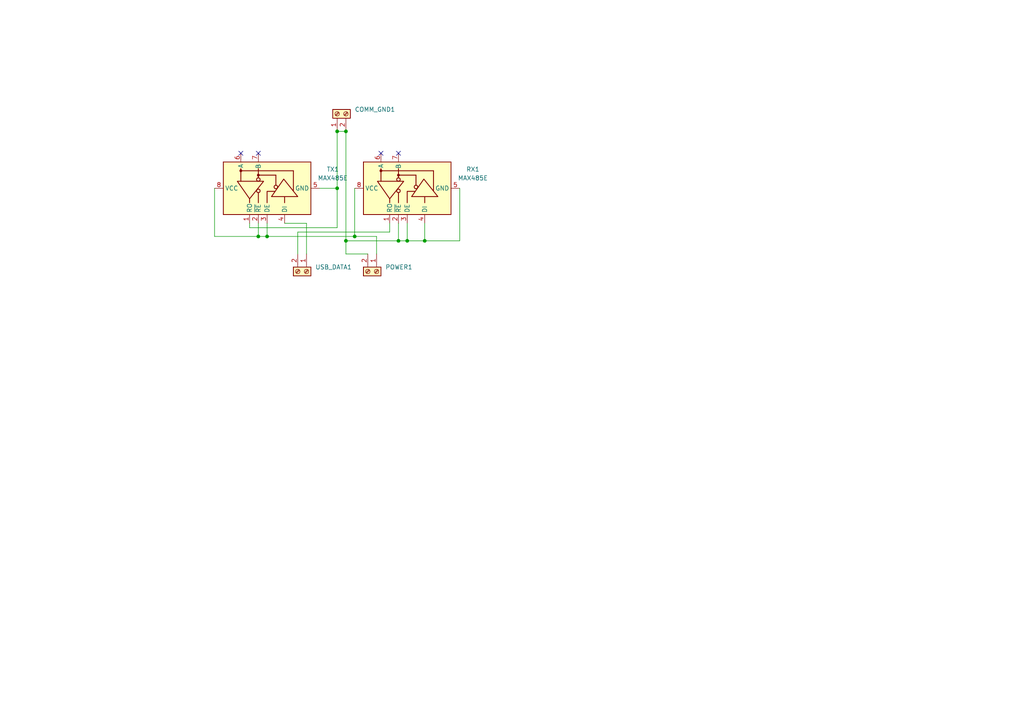
<source format=kicad_sch>
(kicad_sch (version 20231120) (generator "eeschema") (generator_version "8.0")
  (paper "A4")
  (lib_symbols
    (symbol "Connector:Screw_Terminal_01x02" (pin_names (offset 1.016) hide)
      (property "Reference" "J" (at 0 2.54 0))
      (property "Value" "Screw_Terminal_01x02" (at 0 -5.08 0))
      (symbol "Screw_Terminal_01x02_1_1"
        (rectangle (start -1.27 1.27) (end 1.27 -3.81) (stroke (width 0.254)) (fill (type background)))
        (circle (center 0 -2.54) (radius 0.635) (stroke (width 0.1524)))
        (polyline (pts (xy -0.5334 -2.2098) (xy 0.3302 -3.048)) (stroke (width 0.1524)))
        (polyline (pts (xy -0.5334 0.3302) (xy 0.3302 -0.508)) (stroke (width 0.1524)))
        (polyline (pts (xy -0.3556 -2.032) (xy 0.508 -2.8702)) (stroke (width 0.1524)))
        (polyline (pts (xy -0.3556 0.508) (xy 0.508 -0.3302)) (stroke (width 0.1524)))
        (circle (center 0 0) (radius 0.635) (stroke (width 0.1524)))
        (pin passive line (at -5.08 0 0) (length 3.81) (name "Pin_1") (number "1"))
        (pin passive line (at -5.08 -2.54 0) (length 3.81) (name "Pin_2") (number "2"))
      )
    )
    (symbol "Interface_UART:MAX485E"
      (property "Reference" "U" (at -6.985 13.97 0))
      (property "Value" "MAX485E" (at 1.905 13.97 0))
      (symbol "MAX485E_0_1"
        (rectangle (start -7.62 12.7) (end 7.62 -12.7) (stroke (width 0.254)) (fill (type background)))
        (polyline (pts (xy -4.191 2.54) (xy -1.27 2.54)) (stroke (width 0.254)))
        (polyline (pts (xy -2.54 -5.08) (xy -4.191 -5.08)) (stroke (width 0.254)))
        (polyline (pts (xy -0.635 -7.62) (xy 5.08 -7.62)) (stroke (width 0.254)))
        (polyline (pts (xy 0.889 -2.54) (xy 3.81 -2.54)) (stroke (width 0.254)))
        (polyline (pts (xy 2.032 7.62) (xy 5.715 7.62)) (stroke (width 0.254)))
        (polyline (pts (xy 3.048 2.54) (xy 5.715 2.54)) (stroke (width 0.254)))
        (polyline (pts (xy 3.81 -2.54) (xy 3.81 2.54)) (stroke (width 0.254)))
        (polyline (pts (xy 5.08 -7.62) (xy 5.08 7.62)) (stroke (width 0.254)))
        (polyline (pts (xy -4.191 0) (xy -0.889 0) (xy -0.889 -2.286)) (stroke (width 0.254)))
        (polyline (pts (xy -3.175 5.08) (xy -4.191 5.08) (xy -4.064 5.08)) (stroke (width 0.254)))
        (polyline (pts (xy -2.413 -5.08) (xy -2.413 -1.27) (xy 2.667 -4.826) (xy -2.413 -8.89) (xy -2.413 -5.08)) (stroke (width 0.254)))
        (circle (center 0.381 -2.54) (radius 0.508) (stroke (width 0.254)))
        (circle (center 3.81 2.54) (radius 0.2794) (stroke (width 0.254)) (fill (type outline)))
      )
      (symbol "MAX485E_1_1"
        (circle (center -0.762 2.54) (radius 0.508) (stroke (width 0.254)))
        (polyline (pts (xy 2.032 4.826) (xy 2.032 8.636) (xy -3.048 5.08) (xy 2.032 1.016) (xy 2.032 4.826)) (stroke (width 0.254)))
        (circle (center 2.54 2.54) (radius 0.508) (stroke (width 0.254)))
        (circle (center 5.08 7.62) (radius 0.2794) (stroke (width 0.254)) (fill (type outline)))
        (pin output line (at -10.16 5.08 0) (length 2.54) (name "RO") (number "1"))
        (pin input line (at -10.16 2.54 0) (length 2.54) (name "~{RE}") (number "2"))
        (pin input line (at -10.16 0 0) (length 2.54) (name "DE") (number "3"))
        (pin input line (at -10.16 -5.08 0) (length 2.54) (name "DI") (number "4"))
        (pin power_in line (at 0 -15.24 90) (length 2.54) (name "GND") (number "5"))
        (pin bidirectional line (at 10.16 7.62 180) (length 2.54) (name "A") (number "6"))
        (pin bidirectional line (at 10.16 2.54 180) (length 2.54) (name "B") (number "7"))
        (pin power_in line (at 0 15.24 270) (length 2.54) (name "VCC") (number "8"))
      )
    )
  )
  (junction (at 102.87 68.58))
  (junction (at 100.33 38.1))
  (junction (at 97.79 54.61))
  (junction (at 74.93 68.58))
  (junction (at 100.33 69.85))
  (junction (at 115.57 69.85))
  (junction (at 123.19 69.85))
  (junction (at 118.11 69.85))
  (junction (at 97.79 38.1))
  (junction (at 77.47 68.58))
  (no_connect (at 74.93 44.45))
  (no_connect (at 69.85 44.45))
  (no_connect (at 115.57 44.45))
  (no_connect (at 110.49 44.45))
  (wire (pts (xy 77.47 68.58) (xy 74.93 68.58)))
  (wire (pts (xy 86.36 67.31) (xy 86.36 73.66)))
  (wire (pts (xy 82.55 64.77) (xy 88.9 64.77)))
  (wire (pts (xy 118.11 69.85) (xy 123.19 69.85)))
  (wire (pts (xy 97.79 54.61) (xy 97.79 38.1)))
  (wire (pts (xy 77.47 64.77) (xy 77.47 68.58)))
  (wire (pts (xy 97.79 38.1) (xy 100.33 38.1)))
  (wire (pts (xy 62.23 68.58) (xy 62.23 54.61)))
  (wire (pts (xy 77.47 68.58) (xy 102.87 68.58)))
  (wire (pts (xy 72.39 66.04) (xy 97.79 66.04)))
  (wire (pts (xy 113.03 67.31) (xy 86.36 67.31)))
  (wire (pts (xy 109.22 68.58) (xy 109.22 73.66)))
  (wire (pts (xy 100.33 38.1) (xy 100.33 69.85)))
  (wire (pts (xy 102.87 68.58) (xy 109.22 68.58)))
  (wire (pts (xy 88.9 64.77) (xy 88.9 73.66)))
  (wire (pts (xy 118.11 64.77) (xy 118.11 69.85)))
  (wire (pts (xy 74.93 64.77) (xy 74.93 68.58)))
  (wire (pts (xy 113.03 64.77) (xy 113.03 67.31)))
  (wire (pts (xy 133.35 69.85) (xy 133.35 54.61)))
  (wire (pts (xy 123.19 69.85) (xy 133.35 69.85)))
  (wire (pts (xy 97.79 66.04) (xy 97.79 54.61)))
  (wire (pts (xy 92.71 54.61) (xy 97.79 54.61)))
  (wire (pts (xy 100.33 69.85) (xy 115.57 69.85)))
  (wire (pts (xy 123.19 64.77) (xy 123.19 69.85)))
  (wire (pts (xy 115.57 64.77) (xy 115.57 69.85)))
  (wire (pts (xy 100.33 69.85) (xy 100.33 73.66)))
  (wire (pts (xy 72.39 64.77) (xy 72.39 66.04)))
  (wire (pts (xy 74.93 68.58) (xy 62.23 68.58)))
  (wire (pts (xy 102.87 54.61) (xy 102.87 68.58)))
  (wire (pts (xy 115.57 69.85) (xy 118.11 69.85)))
  (wire (pts (xy 100.33 73.66) (xy 106.68 73.66)))
  (symbol (lib_id "Interface_UART:MAX485E") (at 77.47 54.61 90) (unit 1)
    (property "Reference" "TX1" (at 96.52 49.1138 90))
    (property "Value" "MAX485E" (at 96.52 51.6538 90))
    (property "Footprint" "Communications:RS485_Transceiver" (effects (hide yes)))
    (property "Datasheet" "https://datasheets.maximintegrated.com/en/ds/MAX1487E-MAX491E.pdf" (effects (hide yes)))
    (property "Description" "Half duplex RS-485/RS-422, 2.5 Mbps, ±15kV electro-static discharge (ESD) protection, no slew-rate, no low-power shutdown, with receiver/driver enable, 32 receiver drive capability, DIP-8 and SOIC-8" (effects (hide yes)))
  )
  (symbol (lib_id "Connector:Screw_Terminal_01x02") (at 88.9 78.74 270) (unit 1)
    (property "Reference" "USB_DATA1" (at 91.44 77.4699 90) (effects (justify left)))
    (property "Value" "Screw_Terminal_01x02" (effects (hide yes)))
    (property "Footprint" "TerminalBlock:TerminalBlock_bornier-2_P5.08mm" (effects (hide yes)))
    (property "Description" "Generic screw terminal, single row, 01x02, script generated (kicad-library-utils/schlib/autogen/connector/)" (effects (hide yes)))
  )
  (symbol (lib_id "Interface_UART:MAX485E") (at 118.11 54.61 90) (unit 1)
    (property "Reference" "RX1" (at 137.16 49.1138 90))
    (property "Value" "MAX485E" (at 137.16 51.6538 90))
    (property "Footprint" "Communications:RS485_Transceiver" (effects (hide yes)))
    (property "Datasheet" "https://datasheets.maximintegrated.com/en/ds/MAX1487E-MAX491E.pdf" (effects (hide yes)))
    (property "Description" "Half duplex RS-485/RS-422, 2.5 Mbps, ±15kV electro-static discharge (ESD) protection, no slew-rate, no low-power shutdown, with receiver/driver enable, 32 receiver drive capability, DIP-8 and SOIC-8" (effects (hide yes)))
  )
  (symbol (lib_id "Connector:Screw_Terminal_01x02") (at 97.79 33.02 90) (unit 1)
    (property "Reference" "COMM_GND1" (at 102.87 31.7499 90) (effects (justify right)))
    (property "Value" "Screw_Terminal_01x02" (effects (hide yes)))
    (property "Footprint" "TerminalBlock:TerminalBlock_bornier-2_P5.08mm" (effects (hide yes)))
    (property "Description" "Generic screw terminal, single row, 01x02, script generated (kicad-library-utils/schlib/autogen/connector/)" (effects (hide yes)))
  )
  (symbol (lib_id "Connector:Screw_Terminal_01x02") (at 109.22 78.74 270) (unit 1)
    (property "Reference" "POWER1" (at 111.76 77.4699 90) (effects (justify left)))
    (property "Value" "Screw_Terminal_01x02" (effects (hide yes)))
    (property "Footprint" "TerminalBlock:TerminalBlock_bornier-2_P5.08mm" (effects (hide yes)))
    (property "Description" "Generic screw terminal, single row, 01x02, script generated (kicad-library-utils/schlib/autogen/connector/)" (effects (hide yes)))
  )
)
</source>
